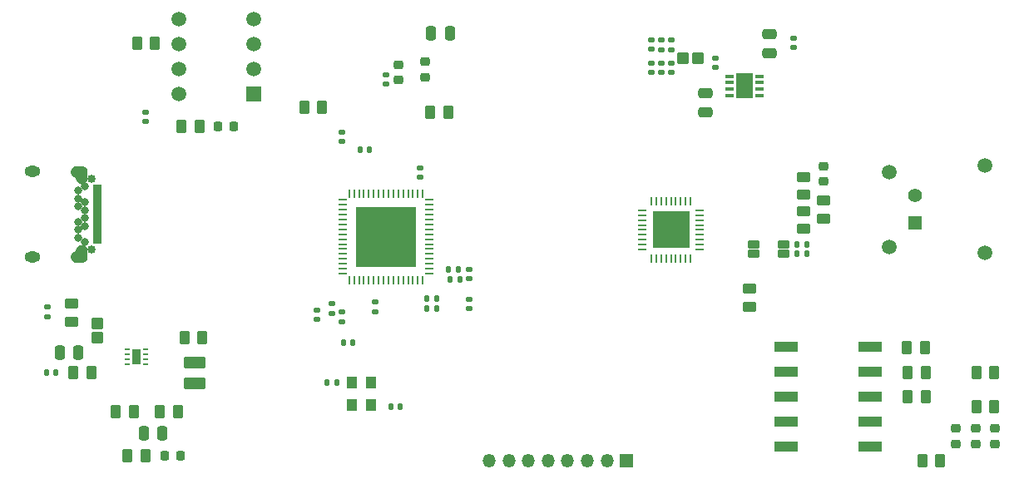
<source format=gbr>
%TF.GenerationSoftware,KiCad,Pcbnew,8.0.2*%
%TF.CreationDate,2025-01-31T23:59:10-08:00*%
%TF.ProjectId,design_revb_2chip,64657369-676e-45f7-9265-76625f326368,rev?*%
%TF.SameCoordinates,Original*%
%TF.FileFunction,Soldermask,Top*%
%TF.FilePolarity,Negative*%
%FSLAX46Y46*%
G04 Gerber Fmt 4.6, Leading zero omitted, Abs format (unit mm)*
G04 Created by KiCad (PCBNEW 8.0.2) date 2025-01-31 23:59:10*
%MOMM*%
%LPD*%
G01*
G04 APERTURE LIST*
G04 Aperture macros list*
%AMRoundRect*
0 Rectangle with rounded corners*
0 $1 Rounding radius*
0 $2 $3 $4 $5 $6 $7 $8 $9 X,Y pos of 4 corners*
0 Add a 4 corners polygon primitive as box body*
4,1,4,$2,$3,$4,$5,$6,$7,$8,$9,$2,$3,0*
0 Add four circle primitives for the rounded corners*
1,1,$1+$1,$2,$3*
1,1,$1+$1,$4,$5*
1,1,$1+$1,$6,$7*
1,1,$1+$1,$8,$9*
0 Add four rect primitives between the rounded corners*
20,1,$1+$1,$2,$3,$4,$5,0*
20,1,$1+$1,$4,$5,$6,$7,0*
20,1,$1+$1,$6,$7,$8,$9,0*
20,1,$1+$1,$8,$9,$2,$3,0*%
G04 Aperture macros list end*
%ADD10C,0.010000*%
%ADD11RoundRect,0.250000X0.475000X-0.250000X0.475000X0.250000X-0.475000X0.250000X-0.475000X-0.250000X0*%
%ADD12RoundRect,0.250000X-0.475000X0.250000X-0.475000X-0.250000X0.475000X-0.250000X0.475000X0.250000X0*%
%ADD13RoundRect,0.250000X0.250000X0.475000X-0.250000X0.475000X-0.250000X-0.475000X0.250000X-0.475000X0*%
%ADD14RoundRect,0.140000X-0.170000X0.140000X-0.170000X-0.140000X0.170000X-0.140000X0.170000X0.140000X0*%
%ADD15RoundRect,0.218750X-0.256250X0.218750X-0.256250X-0.218750X0.256250X-0.218750X0.256250X0.218750X0*%
%ADD16RoundRect,0.250000X-0.250000X-0.475000X0.250000X-0.475000X0.250000X0.475000X-0.250000X0.475000X0*%
%ADD17RoundRect,0.250000X0.262500X0.450000X-0.262500X0.450000X-0.262500X-0.450000X0.262500X-0.450000X0*%
%ADD18RoundRect,0.218750X0.218750X0.256250X-0.218750X0.256250X-0.218750X-0.256250X0.218750X-0.256250X0*%
%ADD19R,0.499999X0.249999*%
%ADD20R,0.900001X1.599999*%
%ADD21C,0.499999*%
%ADD22RoundRect,0.102000X-0.525000X-0.300000X0.525000X-0.300000X0.525000X0.300000X-0.525000X0.300000X0*%
%ADD23C,0.850000*%
%ADD24RoundRect,0.102000X-0.350000X0.160000X-0.350000X-0.160000X0.350000X-0.160000X0.350000X0.160000X0*%
%ADD25C,0.804000*%
%ADD26O,1.604000X1.104000*%
%ADD27RoundRect,0.140000X-0.140000X-0.170000X0.140000X-0.170000X0.140000X0.170000X-0.140000X0.170000X0*%
%ADD28RoundRect,0.250000X0.450000X-0.262500X0.450000X0.262500X-0.450000X0.262500X-0.450000X-0.262500X0*%
%ADD29RoundRect,0.135000X0.135000X0.185000X-0.135000X0.185000X-0.135000X-0.185000X0.135000X-0.185000X0*%
%ADD30RoundRect,0.250000X-0.850000X0.375000X-0.850000X-0.375000X0.850000X-0.375000X0.850000X0.375000X0*%
%ADD31RoundRect,0.250000X-0.262500X-0.450000X0.262500X-0.450000X0.262500X0.450000X-0.262500X0.450000X0*%
%ADD32RoundRect,0.250000X-0.450000X0.262500X-0.450000X-0.262500X0.450000X-0.262500X0.450000X0.262500X0*%
%ADD33RoundRect,0.102000X0.500000X0.485000X-0.500000X0.485000X-0.500000X-0.485000X0.500000X-0.485000X0*%
%ADD34RoundRect,0.218750X0.256250X-0.218750X0.256250X0.218750X-0.256250X0.218750X-0.256250X-0.218750X0*%
%ADD35R,1.350000X1.350000*%
%ADD36O,1.350000X1.350000*%
%ADD37RoundRect,0.225000X0.250000X-0.225000X0.250000X0.225000X-0.250000X0.225000X-0.250000X-0.225000X0*%
%ADD38R,2.438400X1.117600*%
%ADD39RoundRect,0.218750X-0.218750X-0.256250X0.218750X-0.256250X0.218750X0.256250X-0.218750X0.256250X0*%
%ADD40RoundRect,0.140000X0.170000X-0.140000X0.170000X0.140000X-0.170000X0.140000X-0.170000X-0.140000X0*%
%ADD41RoundRect,0.140000X0.140000X0.170000X-0.140000X0.170000X-0.140000X-0.170000X0.140000X-0.170000X0*%
%ADD42R,1.041400X1.219200*%
%ADD43RoundRect,0.102000X0.485000X-0.500000X0.485000X0.500000X-0.485000X0.500000X-0.485000X-0.500000X0*%
%ADD44R,0.254000X0.812800*%
%ADD45R,0.812800X0.254000*%
%ADD46R,3.708400X3.708400*%
%ADD47RoundRect,0.135000X0.185000X-0.135000X0.185000X0.135000X-0.185000X0.135000X-0.185000X-0.135000X0*%
%ADD48R,1.498600X1.498600*%
%ADD49C,1.498600*%
%ADD50R,0.931065X0.302473*%
%ADD51R,1.749999X2.500000*%
%ADD52R,6.096000X6.096000*%
%ADD53R,1.400000X1.400000*%
%ADD54C,1.400000*%
%ADD55C,1.500000*%
G04 APERTURE END LIST*
D10*
%TO.C,J4*%
X159529000Y-69021000D02*
X159557000Y-69023000D01*
X159586000Y-69027000D01*
X159614000Y-69032000D01*
X159642000Y-69039000D01*
X159670000Y-69047000D01*
X159697000Y-69057000D01*
X159724000Y-69068000D01*
X159750000Y-69080000D01*
X159775000Y-69094000D01*
X159800000Y-69109000D01*
X159823000Y-69125000D01*
X159846000Y-69143000D01*
X159868000Y-69161000D01*
X159889000Y-69181000D01*
X159909000Y-69202000D01*
X159927000Y-69224000D01*
X159945000Y-69247000D01*
X159961000Y-69270000D01*
X159976000Y-69295000D01*
X159990000Y-69320000D01*
X160002000Y-69346000D01*
X160013000Y-69373000D01*
X160023000Y-69400000D01*
X160031000Y-69428000D01*
X160038000Y-69456000D01*
X160043000Y-69484000D01*
X160047000Y-69513000D01*
X160049000Y-69541000D01*
X160050000Y-69570000D01*
X160050000Y-70220000D01*
X160047000Y-70277000D01*
X160038000Y-70334000D01*
X160023000Y-70390000D01*
X160002000Y-70444000D01*
X159976000Y-70495000D01*
X159945000Y-70543000D01*
X159909000Y-70588000D01*
X159868000Y-70629000D01*
X159823000Y-70665000D01*
X159775000Y-70696000D01*
X159724000Y-70722000D01*
X159670000Y-70743000D01*
X159614000Y-70758000D01*
X159557000Y-70767000D01*
X159500000Y-70770000D01*
X159443000Y-70767000D01*
X159386000Y-70758000D01*
X159330000Y-70743000D01*
X159276000Y-70722000D01*
X159225000Y-70696000D01*
X159177000Y-70665000D01*
X159132000Y-70629000D01*
X159091000Y-70588000D01*
X159055000Y-70543000D01*
X159024000Y-70495000D01*
X158998000Y-70444000D01*
X158977000Y-70390000D01*
X158962000Y-70334000D01*
X158953000Y-70277000D01*
X158950000Y-70220000D01*
X158950000Y-70120000D01*
X158889000Y-70114000D01*
X158833000Y-70102000D01*
X158778000Y-70084000D01*
X158725000Y-70061000D01*
X158675000Y-70032000D01*
X158629000Y-69998000D01*
X158586000Y-69959000D01*
X158547000Y-69916000D01*
X158513000Y-69870000D01*
X158484000Y-69820000D01*
X158461000Y-69767000D01*
X158443000Y-69712000D01*
X158431000Y-69656000D01*
X158425000Y-69599000D01*
X158425000Y-69541000D01*
X158431000Y-69484000D01*
X158443000Y-69428000D01*
X158461000Y-69373000D01*
X158484000Y-69320000D01*
X158513000Y-69270000D01*
X158547000Y-69224000D01*
X158586000Y-69181000D01*
X158629000Y-69142000D01*
X158675000Y-69108000D01*
X158725000Y-69079000D01*
X158778000Y-69056000D01*
X158833000Y-69038000D01*
X158889000Y-69026000D01*
X158946000Y-69020000D01*
X159000000Y-69020000D01*
X159500000Y-69020000D01*
X159529000Y-69021000D01*
G36*
X159529000Y-69021000D02*
G01*
X159557000Y-69023000D01*
X159586000Y-69027000D01*
X159614000Y-69032000D01*
X159642000Y-69039000D01*
X159670000Y-69047000D01*
X159697000Y-69057000D01*
X159724000Y-69068000D01*
X159750000Y-69080000D01*
X159775000Y-69094000D01*
X159800000Y-69109000D01*
X159823000Y-69125000D01*
X159846000Y-69143000D01*
X159868000Y-69161000D01*
X159889000Y-69181000D01*
X159909000Y-69202000D01*
X159927000Y-69224000D01*
X159945000Y-69247000D01*
X159961000Y-69270000D01*
X159976000Y-69295000D01*
X159990000Y-69320000D01*
X160002000Y-69346000D01*
X160013000Y-69373000D01*
X160023000Y-69400000D01*
X160031000Y-69428000D01*
X160038000Y-69456000D01*
X160043000Y-69484000D01*
X160047000Y-69513000D01*
X160049000Y-69541000D01*
X160050000Y-69570000D01*
X160050000Y-70220000D01*
X160047000Y-70277000D01*
X160038000Y-70334000D01*
X160023000Y-70390000D01*
X160002000Y-70444000D01*
X159976000Y-70495000D01*
X159945000Y-70543000D01*
X159909000Y-70588000D01*
X159868000Y-70629000D01*
X159823000Y-70665000D01*
X159775000Y-70696000D01*
X159724000Y-70722000D01*
X159670000Y-70743000D01*
X159614000Y-70758000D01*
X159557000Y-70767000D01*
X159500000Y-70770000D01*
X159443000Y-70767000D01*
X159386000Y-70758000D01*
X159330000Y-70743000D01*
X159276000Y-70722000D01*
X159225000Y-70696000D01*
X159177000Y-70665000D01*
X159132000Y-70629000D01*
X159091000Y-70588000D01*
X159055000Y-70543000D01*
X159024000Y-70495000D01*
X158998000Y-70444000D01*
X158977000Y-70390000D01*
X158962000Y-70334000D01*
X158953000Y-70277000D01*
X158950000Y-70220000D01*
X158950000Y-70120000D01*
X158889000Y-70114000D01*
X158833000Y-70102000D01*
X158778000Y-70084000D01*
X158725000Y-70061000D01*
X158675000Y-70032000D01*
X158629000Y-69998000D01*
X158586000Y-69959000D01*
X158547000Y-69916000D01*
X158513000Y-69870000D01*
X158484000Y-69820000D01*
X158461000Y-69767000D01*
X158443000Y-69712000D01*
X158431000Y-69656000D01*
X158425000Y-69599000D01*
X158425000Y-69541000D01*
X158431000Y-69484000D01*
X158443000Y-69428000D01*
X158461000Y-69373000D01*
X158484000Y-69320000D01*
X158513000Y-69270000D01*
X158547000Y-69224000D01*
X158586000Y-69181000D01*
X158629000Y-69142000D01*
X158675000Y-69108000D01*
X158725000Y-69079000D01*
X158778000Y-69056000D01*
X158833000Y-69038000D01*
X158889000Y-69026000D01*
X158946000Y-69020000D01*
X159000000Y-69020000D01*
X159500000Y-69020000D01*
X159529000Y-69021000D01*
G37*
X159557000Y-77033000D02*
X159614000Y-77042000D01*
X159670000Y-77057000D01*
X159724000Y-77078000D01*
X159775000Y-77104000D01*
X159823000Y-77135000D01*
X159868000Y-77171000D01*
X159909000Y-77212000D01*
X159945000Y-77257000D01*
X159976000Y-77305000D01*
X160002000Y-77356000D01*
X160023000Y-77410000D01*
X160038000Y-77466000D01*
X160047000Y-77523000D01*
X160050000Y-77580000D01*
X160050000Y-78230000D01*
X160049000Y-78259000D01*
X160047000Y-78287000D01*
X160043000Y-78316000D01*
X160038000Y-78344000D01*
X160031000Y-78372000D01*
X160023000Y-78400000D01*
X160013000Y-78427000D01*
X160002000Y-78454000D01*
X159990000Y-78480000D01*
X159976000Y-78505000D01*
X159961000Y-78530000D01*
X159945000Y-78553000D01*
X159927000Y-78576000D01*
X159909000Y-78598000D01*
X159889000Y-78619000D01*
X159868000Y-78639000D01*
X159846000Y-78657000D01*
X159823000Y-78675000D01*
X159800000Y-78691000D01*
X159775000Y-78706000D01*
X159750000Y-78720000D01*
X159724000Y-78732000D01*
X159697000Y-78743000D01*
X159670000Y-78753000D01*
X159642000Y-78761000D01*
X159614000Y-78768000D01*
X159586000Y-78773000D01*
X159557000Y-78777000D01*
X159529000Y-78779000D01*
X159500000Y-78780000D01*
X159000000Y-78780000D01*
X158946000Y-78780000D01*
X158889000Y-78774000D01*
X158833000Y-78762000D01*
X158778000Y-78744000D01*
X158725000Y-78721000D01*
X158675000Y-78692000D01*
X158629000Y-78658000D01*
X158586000Y-78619000D01*
X158547000Y-78576000D01*
X158513000Y-78530000D01*
X158484000Y-78480000D01*
X158461000Y-78427000D01*
X158443000Y-78372000D01*
X158431000Y-78316000D01*
X158425000Y-78259000D01*
X158425000Y-78201000D01*
X158431000Y-78144000D01*
X158443000Y-78088000D01*
X158461000Y-78033000D01*
X158484000Y-77980000D01*
X158513000Y-77930000D01*
X158547000Y-77884000D01*
X158586000Y-77841000D01*
X158629000Y-77802000D01*
X158675000Y-77768000D01*
X158725000Y-77739000D01*
X158778000Y-77716000D01*
X158833000Y-77698000D01*
X158889000Y-77686000D01*
X158950000Y-77680000D01*
X158950000Y-77580000D01*
X158953000Y-77523000D01*
X158962000Y-77466000D01*
X158977000Y-77410000D01*
X158998000Y-77356000D01*
X159024000Y-77305000D01*
X159055000Y-77257000D01*
X159091000Y-77212000D01*
X159132000Y-77171000D01*
X159177000Y-77135000D01*
X159225000Y-77104000D01*
X159276000Y-77078000D01*
X159330000Y-77057000D01*
X159386000Y-77042000D01*
X159443000Y-77033000D01*
X159500000Y-77030000D01*
X159557000Y-77033000D01*
G36*
X159557000Y-77033000D02*
G01*
X159614000Y-77042000D01*
X159670000Y-77057000D01*
X159724000Y-77078000D01*
X159775000Y-77104000D01*
X159823000Y-77135000D01*
X159868000Y-77171000D01*
X159909000Y-77212000D01*
X159945000Y-77257000D01*
X159976000Y-77305000D01*
X160002000Y-77356000D01*
X160023000Y-77410000D01*
X160038000Y-77466000D01*
X160047000Y-77523000D01*
X160050000Y-77580000D01*
X160050000Y-78230000D01*
X160049000Y-78259000D01*
X160047000Y-78287000D01*
X160043000Y-78316000D01*
X160038000Y-78344000D01*
X160031000Y-78372000D01*
X160023000Y-78400000D01*
X160013000Y-78427000D01*
X160002000Y-78454000D01*
X159990000Y-78480000D01*
X159976000Y-78505000D01*
X159961000Y-78530000D01*
X159945000Y-78553000D01*
X159927000Y-78576000D01*
X159909000Y-78598000D01*
X159889000Y-78619000D01*
X159868000Y-78639000D01*
X159846000Y-78657000D01*
X159823000Y-78675000D01*
X159800000Y-78691000D01*
X159775000Y-78706000D01*
X159750000Y-78720000D01*
X159724000Y-78732000D01*
X159697000Y-78743000D01*
X159670000Y-78753000D01*
X159642000Y-78761000D01*
X159614000Y-78768000D01*
X159586000Y-78773000D01*
X159557000Y-78777000D01*
X159529000Y-78779000D01*
X159500000Y-78780000D01*
X159000000Y-78780000D01*
X158946000Y-78780000D01*
X158889000Y-78774000D01*
X158833000Y-78762000D01*
X158778000Y-78744000D01*
X158725000Y-78721000D01*
X158675000Y-78692000D01*
X158629000Y-78658000D01*
X158586000Y-78619000D01*
X158547000Y-78576000D01*
X158513000Y-78530000D01*
X158484000Y-78480000D01*
X158461000Y-78427000D01*
X158443000Y-78372000D01*
X158431000Y-78316000D01*
X158425000Y-78259000D01*
X158425000Y-78201000D01*
X158431000Y-78144000D01*
X158443000Y-78088000D01*
X158461000Y-78033000D01*
X158484000Y-77980000D01*
X158513000Y-77930000D01*
X158547000Y-77884000D01*
X158586000Y-77841000D01*
X158629000Y-77802000D01*
X158675000Y-77768000D01*
X158725000Y-77739000D01*
X158778000Y-77716000D01*
X158833000Y-77698000D01*
X158889000Y-77686000D01*
X158950000Y-77680000D01*
X158950000Y-77580000D01*
X158953000Y-77523000D01*
X158962000Y-77466000D01*
X158977000Y-77410000D01*
X158998000Y-77356000D01*
X159024000Y-77305000D01*
X159055000Y-77257000D01*
X159091000Y-77212000D01*
X159132000Y-77171000D01*
X159177000Y-77135000D01*
X159225000Y-77104000D01*
X159276000Y-77078000D01*
X159330000Y-77057000D01*
X159386000Y-77042000D01*
X159443000Y-77033000D01*
X159500000Y-77030000D01*
X159557000Y-77033000D01*
G37*
%TD*%
D11*
%TO.C,C49*%
X223000000Y-63500000D03*
X223000000Y-61600000D03*
%TD*%
D12*
%TO.C,C33*%
X229500000Y-55600000D03*
X229500000Y-57500000D03*
%TD*%
D13*
%TO.C,C16*%
X159192500Y-88000000D03*
X157292500Y-88000000D03*
%TD*%
D14*
%TO.C,C3*%
X199000000Y-82540000D03*
X199000000Y-83500000D03*
%TD*%
%TO.C,C34*%
X232000000Y-56000000D03*
X232000000Y-56960000D03*
%TD*%
D15*
%TO.C,L1*%
X194500000Y-58387500D03*
X194500000Y-59962500D03*
%TD*%
D13*
%TO.C,C21*%
X167726801Y-96198708D03*
X165826801Y-96198708D03*
%TD*%
D16*
%TO.C,C13*%
X195100000Y-55500000D03*
X197000000Y-55500000D03*
%TD*%
D14*
%TO.C,C46*%
X217500000Y-56162074D03*
X217500000Y-57122074D03*
%TD*%
D17*
%TO.C,R28*%
X245412500Y-90000000D03*
X243587500Y-90000000D03*
%TD*%
D14*
%TO.C,C41*%
X218500000Y-56175000D03*
X218500000Y-57135000D03*
%TD*%
D18*
%TO.C,D1*%
X175000000Y-65000000D03*
X173425000Y-65000000D03*
%TD*%
D19*
%TO.C,U2*%
X164137499Y-87649998D03*
X164137499Y-88149997D03*
X164137499Y-88649999D03*
X164137499Y-89149997D03*
X166037501Y-89149997D03*
X166037501Y-88649999D03*
X166037501Y-88149997D03*
X166037501Y-87649998D03*
D20*
X165087500Y-88399996D03*
D21*
X165087500Y-88000000D03*
X165087500Y-88799998D03*
%TD*%
D22*
%TO.C,FL1*%
X227950000Y-77946400D03*
X231000000Y-77946400D03*
X231000000Y-76946400D03*
X227950000Y-76946400D03*
%TD*%
D14*
%TO.C,C42*%
X218500000Y-58520000D03*
X218500000Y-59480000D03*
%TD*%
D17*
%TO.C,R29*%
X245412500Y-92500000D03*
X243587500Y-92500000D03*
%TD*%
D15*
%TO.C,D5*%
X248500000Y-95712500D03*
X248500000Y-97287500D03*
%TD*%
D23*
%TO.C,J4*%
X160500000Y-70300000D03*
X160500000Y-77500000D03*
D24*
X161160000Y-71150000D03*
X161160000Y-71650000D03*
X161160000Y-72150000D03*
X161160000Y-72650000D03*
X161160000Y-73150000D03*
X161160000Y-73650000D03*
X161160000Y-74150000D03*
X161160000Y-74650000D03*
X161160000Y-75150000D03*
X161160000Y-75650000D03*
X161160000Y-76150000D03*
X161160000Y-76650000D03*
D25*
X159850000Y-76700000D03*
X159150000Y-76300000D03*
X159150000Y-75500000D03*
X159850000Y-75100000D03*
X159150000Y-74700000D03*
X159850000Y-74300000D03*
X159850000Y-73500000D03*
X159150000Y-73100000D03*
X159850000Y-72700000D03*
X159150000Y-72300000D03*
X159150000Y-71500000D03*
X159850000Y-71100000D03*
D26*
X154500000Y-69570000D03*
X154500000Y-78230000D03*
%TD*%
D27*
%TO.C,C27*%
X232365000Y-77946400D03*
X233325000Y-77946400D03*
%TD*%
D28*
%TO.C,R18*%
X233000000Y-75412500D03*
X233000000Y-73587500D03*
%TD*%
D29*
%TO.C,R8*%
X198020000Y-80500000D03*
X197000000Y-80500000D03*
%TD*%
D17*
%TO.C,R3*%
X196825000Y-63500000D03*
X195000000Y-63500000D03*
%TD*%
D30*
%TO.C,L2*%
X171000000Y-89000000D03*
X171000000Y-91150000D03*
%TD*%
D31*
%TO.C,R14*%
X164175000Y-98500000D03*
X166000000Y-98500000D03*
%TD*%
D32*
%TO.C,R16*%
X227500000Y-81500000D03*
X227500000Y-83325000D03*
%TD*%
D27*
%TO.C,C6*%
X194675000Y-82500000D03*
X195635000Y-82500000D03*
%TD*%
D14*
%TO.C,C5*%
X189424407Y-82859365D03*
X189424407Y-83819365D03*
%TD*%
D33*
%TO.C,FL3*%
X222235000Y-58000000D03*
X220765000Y-58000000D03*
%TD*%
D34*
%TO.C,D3*%
X250500000Y-97287500D03*
X250500000Y-95712500D03*
%TD*%
D14*
%TO.C,C14*%
X199000000Y-79520000D03*
X199000000Y-80480000D03*
%TD*%
D35*
%TO.C,J2*%
X215000000Y-99000000D03*
D36*
X213000000Y-99000000D03*
X211000000Y-99000000D03*
X209000000Y-99000000D03*
X207000000Y-99000000D03*
X205000000Y-99000000D03*
X203000000Y-99000000D03*
X201000000Y-99000000D03*
%TD*%
D37*
%TO.C,C18*%
X191768206Y-60257971D03*
X191768206Y-58707971D03*
%TD*%
D27*
%TO.C,C26*%
X191020000Y-93500000D03*
X191980000Y-93500000D03*
%TD*%
D38*
%TO.C,U6*%
X231194700Y-87420000D03*
X231194700Y-89960000D03*
X231194700Y-92500000D03*
X231194700Y-95040000D03*
X231194700Y-97580000D03*
X239805300Y-97580000D03*
X239805300Y-95040000D03*
X239805300Y-92500000D03*
X239805300Y-89960000D03*
X239805300Y-87420000D03*
%TD*%
D39*
%TO.C,D2*%
X168000000Y-98500000D03*
X169575000Y-98500000D03*
%TD*%
D40*
%TO.C,C8*%
X186000000Y-66480000D03*
X186000000Y-65520000D03*
%TD*%
D31*
%TO.C,R4*%
X169675000Y-65000000D03*
X171500000Y-65000000D03*
%TD*%
D41*
%TO.C,C17*%
X156912500Y-90000000D03*
X155952500Y-90000000D03*
%TD*%
D28*
%TO.C,R15*%
X158500000Y-84825000D03*
X158500000Y-83000000D03*
%TD*%
D27*
%TO.C,C2*%
X194681226Y-83510416D03*
X195641226Y-83510416D03*
%TD*%
D41*
%TO.C,C7*%
X187135000Y-87000000D03*
X186175000Y-87000000D03*
%TD*%
D42*
%TO.C,XTAL1*%
X187018800Y-91000000D03*
X187018800Y-93286000D03*
X189000000Y-93286000D03*
X189000000Y-91000000D03*
%TD*%
D41*
%TO.C,C24*%
X185480000Y-91000000D03*
X184520000Y-91000000D03*
%TD*%
D43*
%TO.C,FB2*%
X161087500Y-86500000D03*
X161087500Y-85030000D03*
%TD*%
D31*
%TO.C,R12*%
X163000000Y-94000000D03*
X164825000Y-94000000D03*
%TD*%
D27*
%TO.C,C20*%
X196865000Y-79500000D03*
X197825000Y-79500000D03*
%TD*%
D31*
%TO.C,R13*%
X165175000Y-56500000D03*
X167000000Y-56500000D03*
%TD*%
D41*
%TO.C,C10*%
X188825000Y-67345000D03*
X187865000Y-67345000D03*
%TD*%
D44*
%TO.C,U4*%
X217499999Y-78446400D03*
X218000000Y-78446400D03*
X218499999Y-78446400D03*
X219000001Y-78446400D03*
X219500000Y-78446400D03*
X219999999Y-78446400D03*
X220500001Y-78446400D03*
X221000000Y-78446400D03*
X221500001Y-78446400D03*
D45*
X222446400Y-77500001D03*
X222446400Y-77000000D03*
X222446400Y-76500001D03*
X222446400Y-75999999D03*
X222446400Y-75500000D03*
X222446400Y-75000001D03*
X222446400Y-74499999D03*
X222446400Y-74000000D03*
X222446400Y-73499999D03*
D44*
X221500001Y-72553600D03*
X221000000Y-72553600D03*
X220500001Y-72553600D03*
X219999999Y-72553600D03*
X219500000Y-72553600D03*
X219000001Y-72553600D03*
X218499999Y-72553600D03*
X218000000Y-72553600D03*
X217499999Y-72553600D03*
D45*
X216553600Y-73499999D03*
X216553600Y-74000000D03*
X216553600Y-74499999D03*
X216553600Y-75000001D03*
X216553600Y-75500000D03*
X216553600Y-75999999D03*
X216553600Y-76500001D03*
X216553600Y-77000000D03*
X216553600Y-77500001D03*
D46*
X219500000Y-75500000D03*
%TD*%
D31*
%TO.C,R2*%
X158675000Y-90000000D03*
X160500000Y-90000000D03*
%TD*%
D15*
%TO.C,D4*%
X252500000Y-95712500D03*
X252500000Y-97287500D03*
%TD*%
D14*
%TO.C,C38*%
X219500000Y-58520000D03*
X219500000Y-59480000D03*
%TD*%
D47*
%TO.C,R6*%
X185000000Y-84020000D03*
X185000000Y-83000000D03*
%TD*%
D40*
%TO.C,C15*%
X194000000Y-70135000D03*
X194000000Y-69175000D03*
%TD*%
D31*
%TO.C,R26*%
X250587500Y-90000000D03*
X252412500Y-90000000D03*
%TD*%
D17*
%TO.C,R23*%
X246912500Y-99000000D03*
X245087500Y-99000000D03*
%TD*%
D14*
%TO.C,C22*%
X186000000Y-83865000D03*
X186000000Y-84825000D03*
%TD*%
D48*
%TO.C,U3*%
X177000000Y-61620000D03*
D49*
X177000000Y-59080000D03*
X177000000Y-56540000D03*
X177000000Y-54000000D03*
X169380000Y-54000000D03*
X169380000Y-56540000D03*
X169380000Y-59080000D03*
X169380000Y-61620000D03*
%TD*%
D31*
%TO.C,R11*%
X167500000Y-94000000D03*
X169325000Y-94000000D03*
%TD*%
D14*
%TO.C,C1*%
X183500000Y-83675000D03*
X183500000Y-84635000D03*
%TD*%
D41*
%TO.C,C28*%
X233325000Y-76946400D03*
X232365000Y-76946400D03*
%TD*%
D14*
%TO.C,C23*%
X166000000Y-63520000D03*
X166000000Y-64480000D03*
%TD*%
D31*
%TO.C,R9*%
X170000000Y-86500000D03*
X171825000Y-86500000D03*
%TD*%
D40*
%TO.C,C31*%
X224000000Y-58980000D03*
X224000000Y-58020000D03*
%TD*%
%TO.C,C19*%
X190500000Y-60635000D03*
X190500000Y-59675000D03*
%TD*%
D17*
%TO.C,R5*%
X184000000Y-63000000D03*
X182175000Y-63000000D03*
%TD*%
D14*
%TO.C,C25*%
X156000000Y-83365000D03*
X156000000Y-84325000D03*
%TD*%
%TO.C,C47*%
X217500000Y-58520000D03*
X217500000Y-59480000D03*
%TD*%
%TO.C,C37*%
X219500000Y-56200000D03*
X219500000Y-57160000D03*
%TD*%
D50*
%TO.C,U5*%
X225509467Y-59850002D03*
X225509467Y-60500000D03*
X225509467Y-61150002D03*
X225509467Y-61800000D03*
X228490533Y-61800000D03*
X228490533Y-61150002D03*
X228490533Y-60500000D03*
X228490533Y-59850002D03*
D51*
X227000000Y-60825001D03*
%TD*%
D37*
%TO.C,C29*%
X235000000Y-70550000D03*
X235000000Y-69000000D03*
%TD*%
D45*
%TO.C,U1*%
X194894200Y-79950000D03*
X194894200Y-79450001D03*
X194894200Y-78950000D03*
X194894200Y-78450001D03*
X194894200Y-77949999D03*
X194894200Y-77450000D03*
X194894200Y-76950001D03*
X194894200Y-76450000D03*
X194894200Y-75950000D03*
X194894200Y-75449999D03*
X194894200Y-74950000D03*
X194894200Y-74450001D03*
X194894200Y-73949999D03*
X194894200Y-73450000D03*
X194894200Y-72949999D03*
X194894200Y-72450000D03*
D44*
X194250000Y-71805800D03*
X193750001Y-71805800D03*
X193250000Y-71805800D03*
X192750001Y-71805800D03*
X192249999Y-71805800D03*
X191750000Y-71805800D03*
X191250001Y-71805800D03*
X190750000Y-71805800D03*
X190250000Y-71805800D03*
X189749999Y-71805800D03*
X189250000Y-71805800D03*
X188750001Y-71805800D03*
X188249999Y-71805800D03*
X187750000Y-71805800D03*
X187249999Y-71805800D03*
X186750000Y-71805800D03*
D45*
X186105800Y-72450000D03*
X186105800Y-72949999D03*
X186105800Y-73450000D03*
X186105800Y-73949999D03*
X186105800Y-74450001D03*
X186105800Y-74950000D03*
X186105800Y-75449999D03*
X186105800Y-75950000D03*
X186105800Y-76450000D03*
X186105800Y-76950001D03*
X186105800Y-77450000D03*
X186105800Y-77949999D03*
X186105800Y-78450001D03*
X186105800Y-78950000D03*
X186105800Y-79450001D03*
X186105800Y-79950000D03*
D44*
X186750000Y-80594200D03*
X187249999Y-80594200D03*
X187750000Y-80594200D03*
X188249999Y-80594200D03*
X188750001Y-80594200D03*
X189250000Y-80594200D03*
X189749999Y-80594200D03*
X190250000Y-80594200D03*
X190750000Y-80594200D03*
X191250001Y-80594200D03*
X191750000Y-80594200D03*
X192249999Y-80594200D03*
X192750001Y-80594200D03*
X193250000Y-80594200D03*
X193750001Y-80594200D03*
X194250000Y-80594200D03*
D52*
X190500000Y-76200000D03*
%TD*%
D17*
%TO.C,R25*%
X252412500Y-93500000D03*
X250587500Y-93500000D03*
%TD*%
D28*
%TO.C,R17*%
X235037195Y-74331688D03*
X235037195Y-72506688D03*
%TD*%
D17*
%TO.C,R27*%
X245325000Y-87500000D03*
X243500000Y-87500000D03*
%TD*%
D28*
%TO.C,R19*%
X233000000Y-71912500D03*
X233000000Y-70087500D03*
%TD*%
D53*
%TO.C,J3*%
X244351048Y-74819040D03*
D54*
X244351048Y-72019040D03*
D55*
X241751048Y-69619040D03*
X241751048Y-77219040D03*
X251501048Y-68969040D03*
X251501048Y-77869040D03*
%TD*%
M02*

</source>
